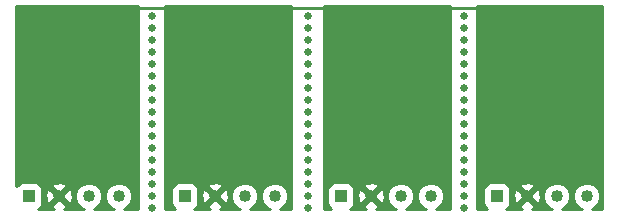
<source format=gbr>
G04 #@! TF.FileFunction,Copper,L2,Bot,Signal*
%FSLAX46Y46*%
G04 Gerber Fmt 4.6, Leading zero omitted, Abs format (unit mm)*
G04 Created by KiCad (PCBNEW 4.0.2-stable) date Tuesday, February 20, 2018 'AMt' 07:17:42 AM*
%MOMM*%
G01*
G04 APERTURE LIST*
%ADD10C,0.025400*%
%ADD11C,0.635000*%
%ADD12R,1.016000X1.016000*%
%ADD13C,1.016000*%
%ADD14C,0.250000*%
%ADD15C,0.254000*%
G04 APERTURE END LIST*
D10*
D11*
X140208000Y-88646000D03*
X140208000Y-87630000D03*
X140208000Y-86614000D03*
X140208000Y-90678000D03*
X140208000Y-89662000D03*
X140208000Y-85598000D03*
X140208000Y-84582000D03*
X140208000Y-93726000D03*
X140208000Y-92710000D03*
X140208000Y-91694000D03*
X140208000Y-95758000D03*
X140208000Y-94742000D03*
X140208000Y-98806000D03*
X140208000Y-97790000D03*
X140208000Y-96774000D03*
X140208000Y-100838000D03*
X140208000Y-99822000D03*
X127000000Y-88646000D03*
X127000000Y-87630000D03*
X127000000Y-86614000D03*
X127000000Y-90678000D03*
X127000000Y-89662000D03*
X127000000Y-85598000D03*
X127000000Y-84582000D03*
X127000000Y-93726000D03*
X127000000Y-92710000D03*
X127000000Y-91694000D03*
X127000000Y-95758000D03*
X127000000Y-94742000D03*
X127000000Y-98806000D03*
X127000000Y-97790000D03*
X127000000Y-96774000D03*
X127000000Y-100838000D03*
X127000000Y-99822000D03*
X113792000Y-84582000D03*
X113792000Y-88646000D03*
X113792000Y-87630000D03*
X113792000Y-86614000D03*
X113792000Y-90678000D03*
X113792000Y-89662000D03*
X113792000Y-93726000D03*
X113792000Y-92710000D03*
X113792000Y-91694000D03*
X113792000Y-95758000D03*
X113792000Y-94742000D03*
D12*
X103378000Y-99822000D03*
D13*
X105918000Y-99822000D03*
X108458000Y-99822000D03*
X110998000Y-99822000D03*
D12*
X116586000Y-99822000D03*
D13*
X119126000Y-99822000D03*
X121666000Y-99822000D03*
X124206000Y-99822000D03*
D12*
X129794000Y-99822000D03*
D13*
X132334000Y-99822000D03*
X134874000Y-99822000D03*
X137414000Y-99822000D03*
D12*
X143002000Y-99822000D03*
D13*
X145542000Y-99822000D03*
X148082000Y-99822000D03*
X150622000Y-99822000D03*
D11*
X113792000Y-98806000D03*
X113792000Y-97790000D03*
X113792000Y-96774000D03*
X113792000Y-100838000D03*
X113792000Y-99822000D03*
X113792000Y-85598000D03*
X107645198Y-96316800D03*
X150063200Y-94615000D03*
X151434800Y-90551000D03*
X144018000Y-91897200D03*
X145491200Y-90830400D03*
X146989800Y-85090000D03*
X147294600Y-96291400D03*
X147294600Y-91338400D03*
X136829800Y-94513400D03*
X138328400Y-90551000D03*
X130810000Y-91821000D03*
X132283200Y-90830400D03*
X133781800Y-85090000D03*
X134086600Y-91338400D03*
X117602000Y-91871800D03*
X120878600Y-96215200D03*
X123621800Y-94615000D03*
X125171200Y-90551000D03*
X118973600Y-90830400D03*
X120878600Y-91414600D03*
X120523000Y-85090000D03*
X134086600Y-96189800D03*
X104394000Y-91871800D03*
X110413800Y-94589600D03*
X111963200Y-90525600D03*
X107670600Y-91414600D03*
X107289600Y-85090000D03*
X105968800Y-90830400D03*
D14*
X147294600Y-96291400D02*
X147294600Y-98069400D01*
X147294600Y-98069400D02*
X145542000Y-99822000D01*
X133781800Y-85090000D02*
X134086600Y-85394800D01*
X134086600Y-85394800D02*
X134086600Y-91338400D01*
X107670600Y-91414600D02*
X107670600Y-85471000D01*
X107670600Y-85471000D02*
X107289600Y-85090000D01*
X107645198Y-96316800D02*
X107645198Y-91440002D01*
X107645198Y-91440002D02*
X107670600Y-91414600D01*
X110413800Y-94589600D02*
X109372398Y-94589600D01*
X109372398Y-94589600D02*
X107645198Y-96316800D01*
X107645198Y-98094802D02*
X107645198Y-96765812D01*
X105918000Y-99822000D02*
X107645198Y-98094802D01*
X107645198Y-96765812D02*
X107645198Y-96316800D01*
X104394000Y-91871800D02*
X104394000Y-91846400D01*
X104394000Y-91846400D02*
X105410000Y-90830400D01*
X105410000Y-90830400D02*
X105968800Y-90830400D01*
X133781800Y-85090000D02*
X134932301Y-83939499D01*
X134932301Y-83939499D02*
X145839299Y-83939499D01*
X145839299Y-83939499D02*
X146672301Y-84772501D01*
X146672301Y-84772501D02*
X146989800Y-85090000D01*
X120523000Y-85090000D02*
X121673501Y-83939499D01*
X121673501Y-83939499D02*
X132631299Y-83939499D01*
X133464301Y-84772501D02*
X133781800Y-85090000D01*
X132631299Y-83939499D02*
X133464301Y-84772501D01*
X107289600Y-85090000D02*
X108440101Y-83939499D01*
X108440101Y-83939499D02*
X119372499Y-83939499D01*
X119372499Y-83939499D02*
X120205501Y-84772501D01*
X120205501Y-84772501D02*
X120523000Y-85090000D01*
X147294600Y-96291400D02*
X148971000Y-94615000D01*
X148971000Y-94615000D02*
X150063200Y-94615000D01*
X150647400Y-91338400D02*
X151434800Y-90551000D01*
X147294600Y-91338400D02*
X150647400Y-91338400D01*
X145491200Y-90830400D02*
X145084800Y-90830400D01*
X145084800Y-90830400D02*
X144018000Y-91897200D01*
X147294600Y-91338400D02*
X145999200Y-91338400D01*
X145999200Y-91338400D02*
X145491200Y-90830400D01*
X147294600Y-85394800D02*
X146989800Y-85090000D01*
X147294600Y-91338400D02*
X147294600Y-85394800D01*
X147294600Y-91787412D02*
X147294600Y-96291400D01*
X147294600Y-91338400D02*
X147294600Y-91787412D01*
X134086600Y-96189800D02*
X134086600Y-98069400D01*
X134086600Y-98069400D02*
X132334000Y-99822000D01*
X134086600Y-96189800D02*
X135763000Y-94513400D01*
X135763000Y-94513400D02*
X136829800Y-94513400D01*
X137541000Y-91338400D02*
X138328400Y-90551000D01*
X134086600Y-91338400D02*
X137541000Y-91338400D01*
X132283200Y-90830400D02*
X131800600Y-90830400D01*
X131800600Y-90830400D02*
X130810000Y-91821000D01*
X134086600Y-91338400D02*
X132791200Y-91338400D01*
X132791200Y-91338400D02*
X132283200Y-90830400D01*
X134086600Y-91338400D02*
X134086600Y-96189800D01*
X118973600Y-90830400D02*
X118643400Y-90830400D01*
X118643400Y-90830400D02*
X117602000Y-91871800D01*
X120878600Y-96215200D02*
X120878600Y-98069400D01*
X120878600Y-98069400D02*
X119126000Y-99822000D01*
X123621800Y-94615000D02*
X122478800Y-94615000D01*
X122478800Y-94615000D02*
X120878600Y-96215200D01*
X120878600Y-96215200D02*
X120878600Y-91414600D01*
X124307600Y-91414600D02*
X125171200Y-90551000D01*
X120878600Y-91414600D02*
X124307600Y-91414600D01*
X120878600Y-91414600D02*
X119557800Y-91414600D01*
X119557800Y-91414600D02*
X118973600Y-90830400D01*
X120878600Y-91414600D02*
X120878600Y-85445600D01*
X120878600Y-85445600D02*
X120523000Y-85090000D01*
X111645701Y-90843099D02*
X111963200Y-90525600D01*
X111074200Y-91414600D02*
X111645701Y-90843099D01*
X107670600Y-91414600D02*
X111074200Y-91414600D01*
X107670600Y-91414600D02*
X106553000Y-91414600D01*
X106553000Y-91414600D02*
X105968800Y-90830400D01*
D15*
G36*
X112649000Y-100890000D02*
X111406353Y-100890000D01*
X111644612Y-100791554D01*
X111966423Y-100470303D01*
X112140801Y-100050354D01*
X112141198Y-99595641D01*
X111967554Y-99175388D01*
X111646303Y-98853577D01*
X111226354Y-98679199D01*
X110771641Y-98678802D01*
X110351388Y-98852446D01*
X110029577Y-99173697D01*
X109855199Y-99593646D01*
X109854802Y-100048359D01*
X110028446Y-100468612D01*
X110349697Y-100790423D01*
X110589505Y-100890000D01*
X108866353Y-100890000D01*
X109104612Y-100791554D01*
X109426423Y-100470303D01*
X109600801Y-100050354D01*
X109601198Y-99595641D01*
X109427554Y-99175388D01*
X109106303Y-98853577D01*
X108686354Y-98679199D01*
X108231641Y-98678802D01*
X107811388Y-98852446D01*
X107489577Y-99173697D01*
X107315199Y-99593646D01*
X107314802Y-100048359D01*
X107488446Y-100468612D01*
X107809697Y-100790423D01*
X108049505Y-100890000D01*
X106360631Y-100890000D01*
X106496176Y-100833856D01*
X106534314Y-100617919D01*
X105918000Y-100001605D01*
X105301686Y-100617919D01*
X105339824Y-100833856D01*
X105507682Y-100890000D01*
X104188393Y-100890000D01*
X104337441Y-100794090D01*
X104482431Y-100581890D01*
X104533440Y-100330000D01*
X104533440Y-99675055D01*
X104761909Y-99675055D01*
X104793678Y-100128657D01*
X104906144Y-100400176D01*
X105122081Y-100438314D01*
X105738395Y-99822000D01*
X106097605Y-99822000D01*
X106713919Y-100438314D01*
X106929856Y-100400176D01*
X107074091Y-99968945D01*
X107042322Y-99515343D01*
X106929856Y-99243824D01*
X106713919Y-99205686D01*
X106097605Y-99822000D01*
X105738395Y-99822000D01*
X105122081Y-99205686D01*
X104906144Y-99243824D01*
X104761909Y-99675055D01*
X104533440Y-99675055D01*
X104533440Y-99314000D01*
X104489162Y-99078683D01*
X104455314Y-99026081D01*
X105301686Y-99026081D01*
X105918000Y-99642395D01*
X106534314Y-99026081D01*
X106496176Y-98810144D01*
X106064945Y-98665909D01*
X105611343Y-98697678D01*
X105339824Y-98810144D01*
X105301686Y-99026081D01*
X104455314Y-99026081D01*
X104350090Y-98862559D01*
X104137890Y-98717569D01*
X103886000Y-98666560D01*
X102870000Y-98666560D01*
X102634683Y-98710838D01*
X102418559Y-98849910D01*
X102310000Y-99008791D01*
X102310000Y-83768000D01*
X112649000Y-83768000D01*
X112649000Y-100890000D01*
X112649000Y-100890000D01*
G37*
X112649000Y-100890000D02*
X111406353Y-100890000D01*
X111644612Y-100791554D01*
X111966423Y-100470303D01*
X112140801Y-100050354D01*
X112141198Y-99595641D01*
X111967554Y-99175388D01*
X111646303Y-98853577D01*
X111226354Y-98679199D01*
X110771641Y-98678802D01*
X110351388Y-98852446D01*
X110029577Y-99173697D01*
X109855199Y-99593646D01*
X109854802Y-100048359D01*
X110028446Y-100468612D01*
X110349697Y-100790423D01*
X110589505Y-100890000D01*
X108866353Y-100890000D01*
X109104612Y-100791554D01*
X109426423Y-100470303D01*
X109600801Y-100050354D01*
X109601198Y-99595641D01*
X109427554Y-99175388D01*
X109106303Y-98853577D01*
X108686354Y-98679199D01*
X108231641Y-98678802D01*
X107811388Y-98852446D01*
X107489577Y-99173697D01*
X107315199Y-99593646D01*
X107314802Y-100048359D01*
X107488446Y-100468612D01*
X107809697Y-100790423D01*
X108049505Y-100890000D01*
X106360631Y-100890000D01*
X106496176Y-100833856D01*
X106534314Y-100617919D01*
X105918000Y-100001605D01*
X105301686Y-100617919D01*
X105339824Y-100833856D01*
X105507682Y-100890000D01*
X104188393Y-100890000D01*
X104337441Y-100794090D01*
X104482431Y-100581890D01*
X104533440Y-100330000D01*
X104533440Y-99675055D01*
X104761909Y-99675055D01*
X104793678Y-100128657D01*
X104906144Y-100400176D01*
X105122081Y-100438314D01*
X105738395Y-99822000D01*
X106097605Y-99822000D01*
X106713919Y-100438314D01*
X106929856Y-100400176D01*
X107074091Y-99968945D01*
X107042322Y-99515343D01*
X106929856Y-99243824D01*
X106713919Y-99205686D01*
X106097605Y-99822000D01*
X105738395Y-99822000D01*
X105122081Y-99205686D01*
X104906144Y-99243824D01*
X104761909Y-99675055D01*
X104533440Y-99675055D01*
X104533440Y-99314000D01*
X104489162Y-99078683D01*
X104455314Y-99026081D01*
X105301686Y-99026081D01*
X105918000Y-99642395D01*
X106534314Y-99026081D01*
X106496176Y-98810144D01*
X106064945Y-98665909D01*
X105611343Y-98697678D01*
X105339824Y-98810144D01*
X105301686Y-99026081D01*
X104455314Y-99026081D01*
X104350090Y-98862559D01*
X104137890Y-98717569D01*
X103886000Y-98666560D01*
X102870000Y-98666560D01*
X102634683Y-98710838D01*
X102418559Y-98849910D01*
X102310000Y-99008791D01*
X102310000Y-83768000D01*
X112649000Y-83768000D01*
X112649000Y-100890000D01*
G36*
X125603000Y-100890000D02*
X124614353Y-100890000D01*
X124852612Y-100791554D01*
X125174423Y-100470303D01*
X125348801Y-100050354D01*
X125349198Y-99595641D01*
X125175554Y-99175388D01*
X124854303Y-98853577D01*
X124434354Y-98679199D01*
X123979641Y-98678802D01*
X123559388Y-98852446D01*
X123237577Y-99173697D01*
X123063199Y-99593646D01*
X123062802Y-100048359D01*
X123236446Y-100468612D01*
X123557697Y-100790423D01*
X123797505Y-100890000D01*
X122074353Y-100890000D01*
X122312612Y-100791554D01*
X122634423Y-100470303D01*
X122808801Y-100050354D01*
X122809198Y-99595641D01*
X122635554Y-99175388D01*
X122314303Y-98853577D01*
X121894354Y-98679199D01*
X121439641Y-98678802D01*
X121019388Y-98852446D01*
X120697577Y-99173697D01*
X120523199Y-99593646D01*
X120522802Y-100048359D01*
X120696446Y-100468612D01*
X121017697Y-100790423D01*
X121257505Y-100890000D01*
X119568631Y-100890000D01*
X119704176Y-100833856D01*
X119742314Y-100617919D01*
X119126000Y-100001605D01*
X118509686Y-100617919D01*
X118547824Y-100833856D01*
X118715682Y-100890000D01*
X117396393Y-100890000D01*
X117545441Y-100794090D01*
X117690431Y-100581890D01*
X117741440Y-100330000D01*
X117741440Y-99675055D01*
X117969909Y-99675055D01*
X118001678Y-100128657D01*
X118114144Y-100400176D01*
X118330081Y-100438314D01*
X118946395Y-99822000D01*
X119305605Y-99822000D01*
X119921919Y-100438314D01*
X120137856Y-100400176D01*
X120282091Y-99968945D01*
X120250322Y-99515343D01*
X120137856Y-99243824D01*
X119921919Y-99205686D01*
X119305605Y-99822000D01*
X118946395Y-99822000D01*
X118330081Y-99205686D01*
X118114144Y-99243824D01*
X117969909Y-99675055D01*
X117741440Y-99675055D01*
X117741440Y-99314000D01*
X117697162Y-99078683D01*
X117663314Y-99026081D01*
X118509686Y-99026081D01*
X119126000Y-99642395D01*
X119742314Y-99026081D01*
X119704176Y-98810144D01*
X119272945Y-98665909D01*
X118819343Y-98697678D01*
X118547824Y-98810144D01*
X118509686Y-99026081D01*
X117663314Y-99026081D01*
X117558090Y-98862559D01*
X117345890Y-98717569D01*
X117094000Y-98666560D01*
X116078000Y-98666560D01*
X115842683Y-98710838D01*
X115626559Y-98849910D01*
X115481569Y-99062110D01*
X115430560Y-99314000D01*
X115430560Y-100330000D01*
X115474838Y-100565317D01*
X115613910Y-100781441D01*
X115772791Y-100890000D01*
X114935000Y-100890000D01*
X114935000Y-83768000D01*
X125603000Y-83768000D01*
X125603000Y-100890000D01*
X125603000Y-100890000D01*
G37*
X125603000Y-100890000D02*
X124614353Y-100890000D01*
X124852612Y-100791554D01*
X125174423Y-100470303D01*
X125348801Y-100050354D01*
X125349198Y-99595641D01*
X125175554Y-99175388D01*
X124854303Y-98853577D01*
X124434354Y-98679199D01*
X123979641Y-98678802D01*
X123559388Y-98852446D01*
X123237577Y-99173697D01*
X123063199Y-99593646D01*
X123062802Y-100048359D01*
X123236446Y-100468612D01*
X123557697Y-100790423D01*
X123797505Y-100890000D01*
X122074353Y-100890000D01*
X122312612Y-100791554D01*
X122634423Y-100470303D01*
X122808801Y-100050354D01*
X122809198Y-99595641D01*
X122635554Y-99175388D01*
X122314303Y-98853577D01*
X121894354Y-98679199D01*
X121439641Y-98678802D01*
X121019388Y-98852446D01*
X120697577Y-99173697D01*
X120523199Y-99593646D01*
X120522802Y-100048359D01*
X120696446Y-100468612D01*
X121017697Y-100790423D01*
X121257505Y-100890000D01*
X119568631Y-100890000D01*
X119704176Y-100833856D01*
X119742314Y-100617919D01*
X119126000Y-100001605D01*
X118509686Y-100617919D01*
X118547824Y-100833856D01*
X118715682Y-100890000D01*
X117396393Y-100890000D01*
X117545441Y-100794090D01*
X117690431Y-100581890D01*
X117741440Y-100330000D01*
X117741440Y-99675055D01*
X117969909Y-99675055D01*
X118001678Y-100128657D01*
X118114144Y-100400176D01*
X118330081Y-100438314D01*
X118946395Y-99822000D01*
X119305605Y-99822000D01*
X119921919Y-100438314D01*
X120137856Y-100400176D01*
X120282091Y-99968945D01*
X120250322Y-99515343D01*
X120137856Y-99243824D01*
X119921919Y-99205686D01*
X119305605Y-99822000D01*
X118946395Y-99822000D01*
X118330081Y-99205686D01*
X118114144Y-99243824D01*
X117969909Y-99675055D01*
X117741440Y-99675055D01*
X117741440Y-99314000D01*
X117697162Y-99078683D01*
X117663314Y-99026081D01*
X118509686Y-99026081D01*
X119126000Y-99642395D01*
X119742314Y-99026081D01*
X119704176Y-98810144D01*
X119272945Y-98665909D01*
X118819343Y-98697678D01*
X118547824Y-98810144D01*
X118509686Y-99026081D01*
X117663314Y-99026081D01*
X117558090Y-98862559D01*
X117345890Y-98717569D01*
X117094000Y-98666560D01*
X116078000Y-98666560D01*
X115842683Y-98710838D01*
X115626559Y-98849910D01*
X115481569Y-99062110D01*
X115430560Y-99314000D01*
X115430560Y-100330000D01*
X115474838Y-100565317D01*
X115613910Y-100781441D01*
X115772791Y-100890000D01*
X114935000Y-100890000D01*
X114935000Y-83768000D01*
X125603000Y-83768000D01*
X125603000Y-100890000D01*
G36*
X139065000Y-100890000D02*
X137822353Y-100890000D01*
X138060612Y-100791554D01*
X138382423Y-100470303D01*
X138556801Y-100050354D01*
X138557198Y-99595641D01*
X138383554Y-99175388D01*
X138062303Y-98853577D01*
X137642354Y-98679199D01*
X137187641Y-98678802D01*
X136767388Y-98852446D01*
X136445577Y-99173697D01*
X136271199Y-99593646D01*
X136270802Y-100048359D01*
X136444446Y-100468612D01*
X136765697Y-100790423D01*
X137005505Y-100890000D01*
X135282353Y-100890000D01*
X135520612Y-100791554D01*
X135842423Y-100470303D01*
X136016801Y-100050354D01*
X136017198Y-99595641D01*
X135843554Y-99175388D01*
X135522303Y-98853577D01*
X135102354Y-98679199D01*
X134647641Y-98678802D01*
X134227388Y-98852446D01*
X133905577Y-99173697D01*
X133731199Y-99593646D01*
X133730802Y-100048359D01*
X133904446Y-100468612D01*
X134225697Y-100790423D01*
X134465505Y-100890000D01*
X132776631Y-100890000D01*
X132912176Y-100833856D01*
X132950314Y-100617919D01*
X132334000Y-100001605D01*
X131717686Y-100617919D01*
X131755824Y-100833856D01*
X131923682Y-100890000D01*
X130604393Y-100890000D01*
X130753441Y-100794090D01*
X130898431Y-100581890D01*
X130949440Y-100330000D01*
X130949440Y-99675055D01*
X131177909Y-99675055D01*
X131209678Y-100128657D01*
X131322144Y-100400176D01*
X131538081Y-100438314D01*
X132154395Y-99822000D01*
X132513605Y-99822000D01*
X133129919Y-100438314D01*
X133345856Y-100400176D01*
X133490091Y-99968945D01*
X133458322Y-99515343D01*
X133345856Y-99243824D01*
X133129919Y-99205686D01*
X132513605Y-99822000D01*
X132154395Y-99822000D01*
X131538081Y-99205686D01*
X131322144Y-99243824D01*
X131177909Y-99675055D01*
X130949440Y-99675055D01*
X130949440Y-99314000D01*
X130905162Y-99078683D01*
X130871314Y-99026081D01*
X131717686Y-99026081D01*
X132334000Y-99642395D01*
X132950314Y-99026081D01*
X132912176Y-98810144D01*
X132480945Y-98665909D01*
X132027343Y-98697678D01*
X131755824Y-98810144D01*
X131717686Y-99026081D01*
X130871314Y-99026081D01*
X130766090Y-98862559D01*
X130553890Y-98717569D01*
X130302000Y-98666560D01*
X129286000Y-98666560D01*
X129050683Y-98710838D01*
X128834559Y-98849910D01*
X128689569Y-99062110D01*
X128638560Y-99314000D01*
X128638560Y-100330000D01*
X128682838Y-100565317D01*
X128821910Y-100781441D01*
X128980791Y-100890000D01*
X128397000Y-100890000D01*
X128397000Y-83768000D01*
X139065000Y-83768000D01*
X139065000Y-100890000D01*
X139065000Y-100890000D01*
G37*
X139065000Y-100890000D02*
X137822353Y-100890000D01*
X138060612Y-100791554D01*
X138382423Y-100470303D01*
X138556801Y-100050354D01*
X138557198Y-99595641D01*
X138383554Y-99175388D01*
X138062303Y-98853577D01*
X137642354Y-98679199D01*
X137187641Y-98678802D01*
X136767388Y-98852446D01*
X136445577Y-99173697D01*
X136271199Y-99593646D01*
X136270802Y-100048359D01*
X136444446Y-100468612D01*
X136765697Y-100790423D01*
X137005505Y-100890000D01*
X135282353Y-100890000D01*
X135520612Y-100791554D01*
X135842423Y-100470303D01*
X136016801Y-100050354D01*
X136017198Y-99595641D01*
X135843554Y-99175388D01*
X135522303Y-98853577D01*
X135102354Y-98679199D01*
X134647641Y-98678802D01*
X134227388Y-98852446D01*
X133905577Y-99173697D01*
X133731199Y-99593646D01*
X133730802Y-100048359D01*
X133904446Y-100468612D01*
X134225697Y-100790423D01*
X134465505Y-100890000D01*
X132776631Y-100890000D01*
X132912176Y-100833856D01*
X132950314Y-100617919D01*
X132334000Y-100001605D01*
X131717686Y-100617919D01*
X131755824Y-100833856D01*
X131923682Y-100890000D01*
X130604393Y-100890000D01*
X130753441Y-100794090D01*
X130898431Y-100581890D01*
X130949440Y-100330000D01*
X130949440Y-99675055D01*
X131177909Y-99675055D01*
X131209678Y-100128657D01*
X131322144Y-100400176D01*
X131538081Y-100438314D01*
X132154395Y-99822000D01*
X132513605Y-99822000D01*
X133129919Y-100438314D01*
X133345856Y-100400176D01*
X133490091Y-99968945D01*
X133458322Y-99515343D01*
X133345856Y-99243824D01*
X133129919Y-99205686D01*
X132513605Y-99822000D01*
X132154395Y-99822000D01*
X131538081Y-99205686D01*
X131322144Y-99243824D01*
X131177909Y-99675055D01*
X130949440Y-99675055D01*
X130949440Y-99314000D01*
X130905162Y-99078683D01*
X130871314Y-99026081D01*
X131717686Y-99026081D01*
X132334000Y-99642395D01*
X132950314Y-99026081D01*
X132912176Y-98810144D01*
X132480945Y-98665909D01*
X132027343Y-98697678D01*
X131755824Y-98810144D01*
X131717686Y-99026081D01*
X130871314Y-99026081D01*
X130766090Y-98862559D01*
X130553890Y-98717569D01*
X130302000Y-98666560D01*
X129286000Y-98666560D01*
X129050683Y-98710838D01*
X128834559Y-98849910D01*
X128689569Y-99062110D01*
X128638560Y-99314000D01*
X128638560Y-100330000D01*
X128682838Y-100565317D01*
X128821910Y-100781441D01*
X128980791Y-100890000D01*
X128397000Y-100890000D01*
X128397000Y-83768000D01*
X139065000Y-83768000D01*
X139065000Y-100890000D01*
G36*
X151944000Y-100890000D02*
X151030353Y-100890000D01*
X151268612Y-100791554D01*
X151590423Y-100470303D01*
X151764801Y-100050354D01*
X151765198Y-99595641D01*
X151591554Y-99175388D01*
X151270303Y-98853577D01*
X150850354Y-98679199D01*
X150395641Y-98678802D01*
X149975388Y-98852446D01*
X149653577Y-99173697D01*
X149479199Y-99593646D01*
X149478802Y-100048359D01*
X149652446Y-100468612D01*
X149973697Y-100790423D01*
X150213505Y-100890000D01*
X148490353Y-100890000D01*
X148728612Y-100791554D01*
X149050423Y-100470303D01*
X149224801Y-100050354D01*
X149225198Y-99595641D01*
X149051554Y-99175388D01*
X148730303Y-98853577D01*
X148310354Y-98679199D01*
X147855641Y-98678802D01*
X147435388Y-98852446D01*
X147113577Y-99173697D01*
X146939199Y-99593646D01*
X146938802Y-100048359D01*
X147112446Y-100468612D01*
X147433697Y-100790423D01*
X147673505Y-100890000D01*
X145984631Y-100890000D01*
X146120176Y-100833856D01*
X146158314Y-100617919D01*
X145542000Y-100001605D01*
X144925686Y-100617919D01*
X144963824Y-100833856D01*
X145131682Y-100890000D01*
X143812393Y-100890000D01*
X143961441Y-100794090D01*
X144106431Y-100581890D01*
X144157440Y-100330000D01*
X144157440Y-99675055D01*
X144385909Y-99675055D01*
X144417678Y-100128657D01*
X144530144Y-100400176D01*
X144746081Y-100438314D01*
X145362395Y-99822000D01*
X145721605Y-99822000D01*
X146337919Y-100438314D01*
X146553856Y-100400176D01*
X146698091Y-99968945D01*
X146666322Y-99515343D01*
X146553856Y-99243824D01*
X146337919Y-99205686D01*
X145721605Y-99822000D01*
X145362395Y-99822000D01*
X144746081Y-99205686D01*
X144530144Y-99243824D01*
X144385909Y-99675055D01*
X144157440Y-99675055D01*
X144157440Y-99314000D01*
X144113162Y-99078683D01*
X144079314Y-99026081D01*
X144925686Y-99026081D01*
X145542000Y-99642395D01*
X146158314Y-99026081D01*
X146120176Y-98810144D01*
X145688945Y-98665909D01*
X145235343Y-98697678D01*
X144963824Y-98810144D01*
X144925686Y-99026081D01*
X144079314Y-99026081D01*
X143974090Y-98862559D01*
X143761890Y-98717569D01*
X143510000Y-98666560D01*
X142494000Y-98666560D01*
X142258683Y-98710838D01*
X142042559Y-98849910D01*
X141897569Y-99062110D01*
X141846560Y-99314000D01*
X141846560Y-100330000D01*
X141890838Y-100565317D01*
X142029910Y-100781441D01*
X142188791Y-100890000D01*
X141351000Y-100890000D01*
X141351000Y-83768000D01*
X151944000Y-83768000D01*
X151944000Y-100890000D01*
X151944000Y-100890000D01*
G37*
X151944000Y-100890000D02*
X151030353Y-100890000D01*
X151268612Y-100791554D01*
X151590423Y-100470303D01*
X151764801Y-100050354D01*
X151765198Y-99595641D01*
X151591554Y-99175388D01*
X151270303Y-98853577D01*
X150850354Y-98679199D01*
X150395641Y-98678802D01*
X149975388Y-98852446D01*
X149653577Y-99173697D01*
X149479199Y-99593646D01*
X149478802Y-100048359D01*
X149652446Y-100468612D01*
X149973697Y-100790423D01*
X150213505Y-100890000D01*
X148490353Y-100890000D01*
X148728612Y-100791554D01*
X149050423Y-100470303D01*
X149224801Y-100050354D01*
X149225198Y-99595641D01*
X149051554Y-99175388D01*
X148730303Y-98853577D01*
X148310354Y-98679199D01*
X147855641Y-98678802D01*
X147435388Y-98852446D01*
X147113577Y-99173697D01*
X146939199Y-99593646D01*
X146938802Y-100048359D01*
X147112446Y-100468612D01*
X147433697Y-100790423D01*
X147673505Y-100890000D01*
X145984631Y-100890000D01*
X146120176Y-100833856D01*
X146158314Y-100617919D01*
X145542000Y-100001605D01*
X144925686Y-100617919D01*
X144963824Y-100833856D01*
X145131682Y-100890000D01*
X143812393Y-100890000D01*
X143961441Y-100794090D01*
X144106431Y-100581890D01*
X144157440Y-100330000D01*
X144157440Y-99675055D01*
X144385909Y-99675055D01*
X144417678Y-100128657D01*
X144530144Y-100400176D01*
X144746081Y-100438314D01*
X145362395Y-99822000D01*
X145721605Y-99822000D01*
X146337919Y-100438314D01*
X146553856Y-100400176D01*
X146698091Y-99968945D01*
X146666322Y-99515343D01*
X146553856Y-99243824D01*
X146337919Y-99205686D01*
X145721605Y-99822000D01*
X145362395Y-99822000D01*
X144746081Y-99205686D01*
X144530144Y-99243824D01*
X144385909Y-99675055D01*
X144157440Y-99675055D01*
X144157440Y-99314000D01*
X144113162Y-99078683D01*
X144079314Y-99026081D01*
X144925686Y-99026081D01*
X145542000Y-99642395D01*
X146158314Y-99026081D01*
X146120176Y-98810144D01*
X145688945Y-98665909D01*
X145235343Y-98697678D01*
X144963824Y-98810144D01*
X144925686Y-99026081D01*
X144079314Y-99026081D01*
X143974090Y-98862559D01*
X143761890Y-98717569D01*
X143510000Y-98666560D01*
X142494000Y-98666560D01*
X142258683Y-98710838D01*
X142042559Y-98849910D01*
X141897569Y-99062110D01*
X141846560Y-99314000D01*
X141846560Y-100330000D01*
X141890838Y-100565317D01*
X142029910Y-100781441D01*
X142188791Y-100890000D01*
X141351000Y-100890000D01*
X141351000Y-83768000D01*
X151944000Y-83768000D01*
X151944000Y-100890000D01*
M02*

</source>
